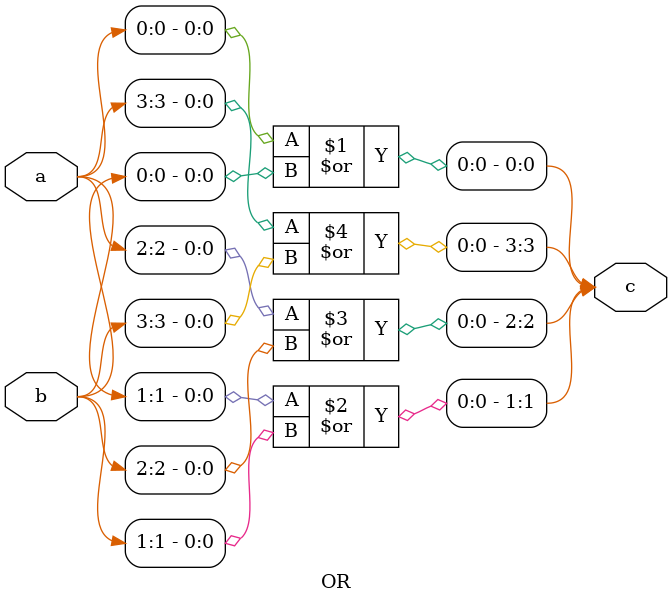
<source format=v>
module OR(
input wire [3:0] a,b,
output wire [3:0] c);

assign c[0] = a[0] | b[0];
assign c[1] = a[1] | b[1];
assign c[2] = a[2] | b[2];
assign c[3] = a[3] | b[3];

endmodule

</source>
